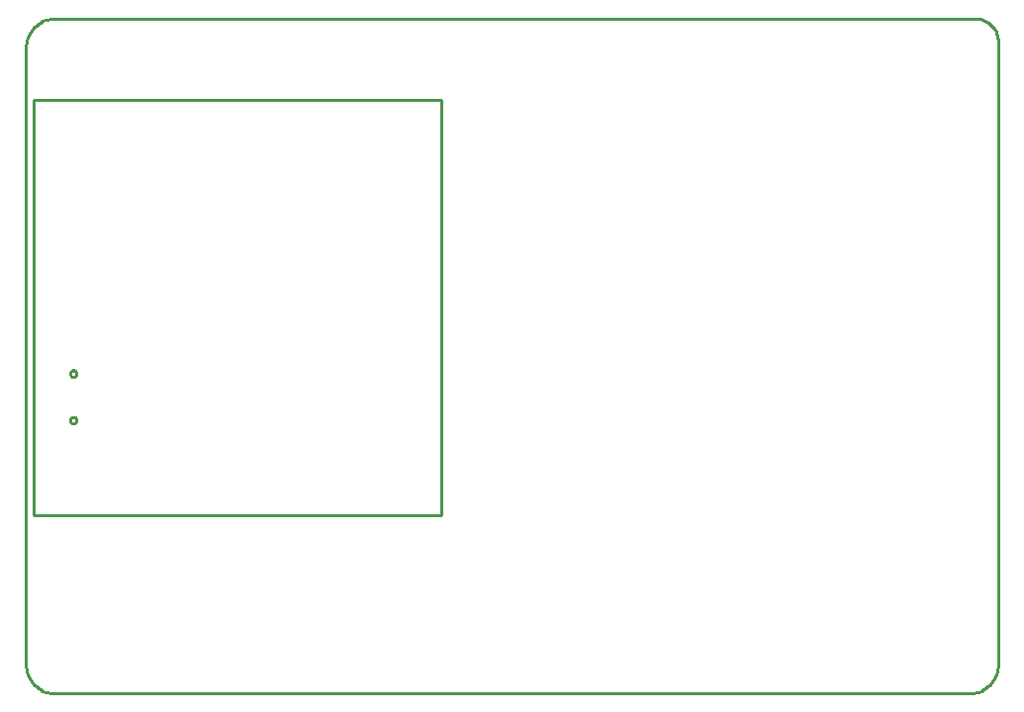
<source format=gko>
G04 EAGLE Gerber RS-274X export*
G75*
%MOMM*%
%FSLAX34Y34*%
%LPD*%
%IN*%
%IPPOS*%
%AMOC8*
5,1,8,0,0,1.08239X$1,22.5*%
G01*
%ADD10C,0.254000*%


D10*
X0Y25400D02*
X97Y23186D01*
X386Y20989D01*
X865Y18826D01*
X1532Y16713D01*
X2380Y14666D01*
X3403Y12700D01*
X4594Y10831D01*
X5942Y9073D01*
X7440Y7440D01*
X9073Y5942D01*
X10831Y4594D01*
X12700Y3403D01*
X14666Y2380D01*
X16713Y1532D01*
X18826Y865D01*
X20989Y386D01*
X23186Y97D01*
X25400Y0D01*
X806600Y0D01*
X808814Y97D01*
X811011Y386D01*
X813174Y865D01*
X815287Y1532D01*
X817335Y2380D01*
X819300Y3403D01*
X821169Y4594D01*
X822927Y5942D01*
X824561Y7440D01*
X826058Y9073D01*
X827406Y10831D01*
X828597Y12700D01*
X829620Y14666D01*
X830468Y16713D01*
X831135Y18826D01*
X831614Y20989D01*
X831903Y23186D01*
X832000Y25400D01*
X832000Y558000D01*
X831924Y559743D01*
X831696Y561473D01*
X831319Y563176D01*
X830794Y564840D01*
X830126Y566452D01*
X829321Y568000D01*
X828383Y569472D01*
X827321Y570856D01*
X826142Y572142D01*
X824856Y573321D01*
X823472Y574383D01*
X822000Y575321D01*
X820452Y576126D01*
X818840Y576794D01*
X817176Y577319D01*
X815473Y577696D01*
X813743Y577924D01*
X812000Y578000D01*
X25400Y578000D01*
X23186Y577903D01*
X20989Y577614D01*
X18826Y577135D01*
X16713Y576468D01*
X14666Y575620D01*
X12700Y574597D01*
X10831Y573406D01*
X9073Y572058D01*
X7440Y570561D01*
X5942Y568927D01*
X4594Y567169D01*
X3403Y565300D01*
X2380Y563335D01*
X1532Y561287D01*
X865Y559174D01*
X386Y557011D01*
X97Y554814D01*
X0Y552600D01*
X0Y25400D01*
X6350Y152400D02*
X355600Y152400D01*
X355600Y508000D01*
X6350Y508000D01*
X6350Y152400D01*
X40334Y271250D02*
X39906Y271318D01*
X39494Y271451D01*
X39109Y271648D01*
X38759Y271902D01*
X38452Y272209D01*
X38198Y272559D01*
X38001Y272944D01*
X37868Y273356D01*
X37800Y273784D01*
X37800Y274216D01*
X37868Y274644D01*
X38001Y275056D01*
X38198Y275441D01*
X38452Y275792D01*
X38759Y276098D01*
X39109Y276352D01*
X39494Y276549D01*
X39906Y276682D01*
X40334Y276750D01*
X40766Y276750D01*
X41194Y276682D01*
X41606Y276549D01*
X41991Y276352D01*
X42342Y276098D01*
X42648Y275792D01*
X42902Y275441D01*
X43099Y275056D01*
X43232Y274644D01*
X43300Y274216D01*
X43300Y273784D01*
X43232Y273356D01*
X43099Y272944D01*
X42902Y272559D01*
X42648Y272209D01*
X42342Y271902D01*
X41991Y271648D01*
X41606Y271451D01*
X41194Y271318D01*
X40766Y271250D01*
X40334Y271250D01*
X40334Y231250D02*
X39906Y231318D01*
X39494Y231451D01*
X39109Y231648D01*
X38759Y231902D01*
X38452Y232209D01*
X38198Y232559D01*
X38001Y232944D01*
X37868Y233356D01*
X37800Y233784D01*
X37800Y234216D01*
X37868Y234644D01*
X38001Y235056D01*
X38198Y235441D01*
X38452Y235792D01*
X38759Y236098D01*
X39109Y236352D01*
X39494Y236549D01*
X39906Y236682D01*
X40334Y236750D01*
X40766Y236750D01*
X41194Y236682D01*
X41606Y236549D01*
X41991Y236352D01*
X42342Y236098D01*
X42648Y235792D01*
X42902Y235441D01*
X43099Y235056D01*
X43232Y234644D01*
X43300Y234216D01*
X43300Y233784D01*
X43232Y233356D01*
X43099Y232944D01*
X42902Y232559D01*
X42648Y232209D01*
X42342Y231902D01*
X41991Y231648D01*
X41606Y231451D01*
X41194Y231318D01*
X40766Y231250D01*
X40334Y231250D01*
M02*

</source>
